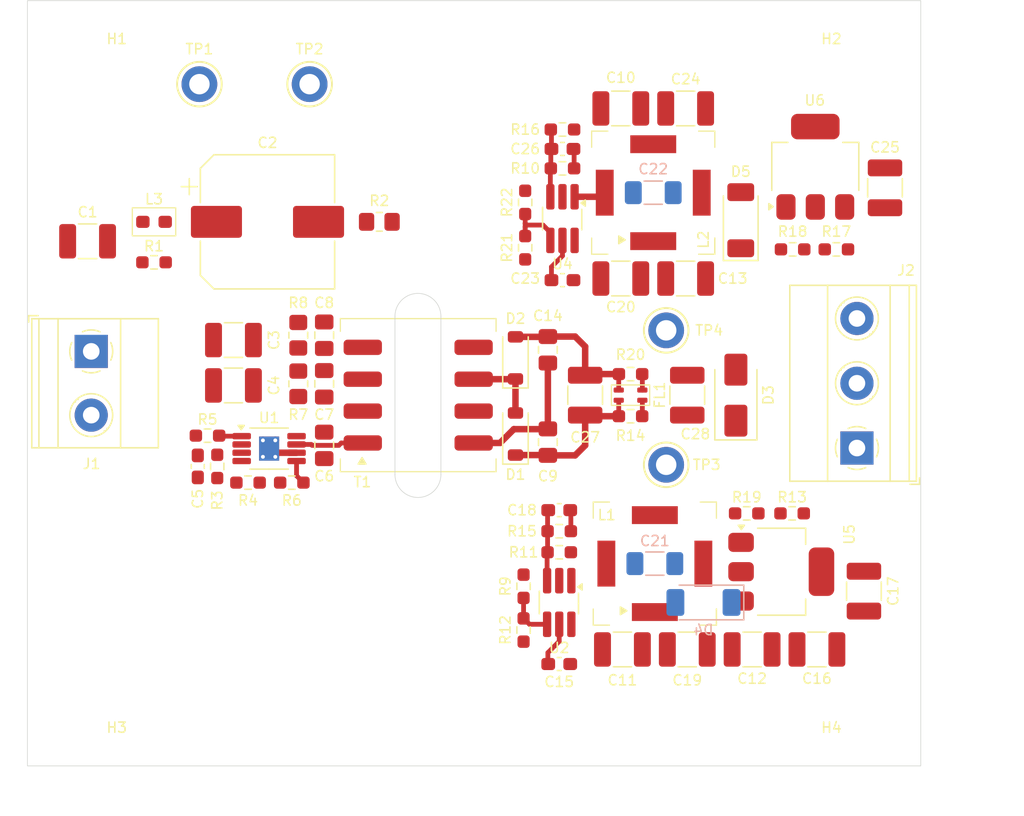
<source format=kicad_pcb>
(kicad_pcb (version 20240108) (generator "pcbnew") (generator_version "8.0")
  (layers (0 "F.Cu" signal) (31 "B.Cu" signal) (34 "B.Paste" user) (35 "F.Paste" user) (36 "B.SilkS" user "B.Silkscreen") (37 "F.SilkS" user "F.Silkscreen") (38 "B.Mask" user) (39 "F.Mask" user) (44 "Edge.Cuts" user))
  (net 0 "")
  (net 1 "Net-(J1-Pin_1)")
  (net 2 "GNDS")
  (net 3 "Net-(C2-Pad2)")
  (net 4 "Net-(U1-VCC)")
  (net 5 "Net-(U1-VREG)")
  (net 6 "Net-(T1-AB)")
  (net 7 "Net-(T1-SB)")
  (net 8 "Net-(D1-K)")
  (net 9 "Net-(U6-VI)")
  (net 10 "GND")
  (net 11 "+24V")
  (net 12 "Net-(D4-K)")
  (net 13 "Net-(D2-A)")
  (net 14 "Net-(U2-INTVCC)")
  (net 15 "+18V")
  (net 16 "Net-(U2-FBX)")
  (net 17 "Net-(D4-A)")
  (net 18 "Net-(U2-SW)")
  (net 19 "Net-(D5-A)")
  (net 20 "Net-(U4-SW)")
  (net 21 "Net-(U4-INTVCC)")
  (net 22 "-18V")
  (net 23 "Net-(U4-FBX)")
  (net 24 "Net-(D1-A)")
  (net 25 "Net-(U1-OC{slash}DT)")
  (net 26 "Net-(U1-SYNC)")
  (net 27 "Net-(U1-RT)")
  (net 28 "Net-(U2-EN{slash}UVLO)")
  (net 29 "Net-(U5-ADJ)")
  (net 30 "Net-(U6-ADJ)")
  (net 31 "Net-(U4-EN{slash}UVLO)")
  (net 36 "Net-(T1-AA)")
  (footprint "Resistor_SMD:R_0603_1608Metric_Pad0.98x0.95mm_HandSolder" (layer "F.Cu") (at 161.671 101.6 180)
    (property "Reference" "R15" (at 2.921 0 0) (layer "F.SilkS") (effects (font (size 0.8 0.8) (thickness 0.12))))
    (property "Value" "1Meg")
    (pad "1" smd roundrect (at -0.9125 0 180) (size 0.975 0.95) (layers "F.Cu" "F.Paste" "F.Mask") (net 12 "Net-(D4-K)"))
    (pad "2" smd roundrect (at 0.9125 0 180) (size 0.975 0.95) (layers "F.Cu" "F.Paste" "F.Mask") (net 16 "Net-(U2-FBX)"))
  )
  (footprint "Package_TO_SOT_SMD:TSOT-23-6_HandSoldering" (layer "F.Cu") (at 161.671 107.188 -90)
    (property "Reference" "U2" (at 3.556 0 180) (layer "F.SilkS") (effects (font (size 0.8 0.8) (thickness 0.12))))
    (property "Value" "LT8330_S6")
    (pad "1" smd roundrect (at -1.71 -0.95 270) (size 2 0.65) (layers "F.Cu" "F.Paste" "F.Mask") (net 18 "Net-(U2-SW)"))
    (pad "2" smd roundrect (at -1.71 0 270) (size 2 0.65) (layers "F.Cu" "F.Paste" "F.Mask") (net 10 "GND"))
    (pad "3" smd roundrect (at -1.71 0.95 270) (size 2 0.65) (layers "F.Cu" "F.Paste" "F.Mask") (net 16 "Net-(U2-FBX)"))
    (pad "4" smd roundrect (at 1.71 0.95 270) (size 2 0.65) (layers "F.Cu" "F.Paste" "F.Mask") (net 28 "Net-(U2-EN{slash}UVLO)"))
    (pad "5" smd roundrect (at 1.71 0 270) (size 2 0.65) (layers "F.Cu" "F.Paste" "F.Mask") (net 14 "Net-(U2-INTVCC)"))
    (pad "6" smd roundrect (at 1.71 -0.95 270) (size 2 0.65) (layers "F.Cu" "F.Paste" "F.Mask") (net 11 "+24V"))
  )
  (footprint "Resistor_SMD:R_0603_1608Metric_Pad0.98x0.95mm_HandSolder" (layer "F.Cu") (at 176.3645 100.203 180)
    (property "Reference" "R19" (at 0 1.27 0) (layer "F.SilkS") (effects (font (size 0.8 0.8) (thickness 0.12))))
    (property "Value" "1k6")
    (pad "1" smd roundrect (at -0.9125 0 180) (size 0.975 0.95) (layers "F.Cu" "F.Paste" "F.Mask") (net 29 "Net-(U5-ADJ)"))
    (pad "2" smd roundrect (at 0.9125 0 180) (size 0.975 0.95) (layers "F.Cu" "F.Paste" "F.Mask") (net 10 "GND"))
  )
  (footprint "Package_TO_SOT_SMD:SOT-223-3_TabPin2" (layer "F.Cu") (at 179.07 104.775)
    (property "Reference" "U5" (at 5.334 -2.921 -90) (layer "F.SilkS") (effects (font (size 0.8 0.8) (thickness 0.12))))
    (property "Value" "LM317EMPX/NOPB")
    (pad "1" smd roundrect (at -3.15 -2.3) (size 2 1.5) (layers "F.Cu" "F.Paste" "F.Mask") (net 29 "Net-(U5-ADJ)"))
    (pad "2" smd roundrect (at -3.15 0) (size 2 1.5) (layers "F.Cu" "F.Paste" "F.Mask") (net 15 "+18V"))
    (pad "2" smd roundrect (at 3.15 0) (size 2 3.8) (layers "F.Cu" "F.Paste" "F.Mask") (net 15 "+18V"))
    (pad "3" smd roundrect (at -3.15 2.3) (size 2 1.5) (layers "F.Cu" "F.Paste" "F.Mask") (net 12 "Net-(D4-K)"))
  )
  (footprint "UCC25800:74489440068" (layer "F.Cu") (at 169.037 75.057 180)
    (property "Reference" "L2" (at -3.937 -3.683 90) (layer "F.SilkS") (effects (font (size 0.8 0.8) (thickness 0.12))))
    (property "Value" "74489440068")
    (pad "1" smd rect (at 0 -3.8 180) (size 3.6 1.4) (layers "F.Cu" "F.Paste" "F.Mask") (net 11 "+24V"))
    (pad "2" smd rect (at -3.8 0 270) (size 3.6 1.4) (layers "F.Cu" "F.Paste" "F.Mask") (net 19 "Net-(D5-A)"))
    (pad "3" smd rect (at 0 3.8 180) (size 3.6 1.4) (layers "F.Cu" "F.Paste" "F.Mask") (net 9 "Net-(U6-VI)"))
    (pad "4" smd rect (at 3.8 0 270) (size 3.6 1.4) (layers "F.Cu" "F.Paste" "F.Mask") (net 20 "Net-(U4-SW)"))
  )
  (footprint "Diode_SMD:D_SOD-128" (layer "F.Cu") (at 175.895 77.216 90)
    (property "Reference" "D5" (at 3.81 0 180) (layer "F.SilkS") (effects (font (size 0.8 0.8) (thickness 0.12))))
    (property "Value" "PMEG6010EP,115")
    (pad "1" smd roundrect (at -2.2 0 90) (size 1.4 2.1) (layers "F.Cu" "F.Paste" "F.Mask") (roundrect_rratio 0.1785714286) (net 10 "GND"))
    (pad "2" smd roundrect (at 2.2 0 90) (size 1.4 2.1) (layers "F.Cu" "F.Paste" "F.Mask") (roundrect_rratio 0.1785714286) (net 19 "Net-(D5-A)"))
  )
  (footprint "Capacitor_SMD:C_1210_3225Metric_Pad1.33x2.70mm_HandSolder" (layer "F.Cu") (at 171.577 81.788)
    (property "Reference" "C13" (at 3.683 0 180) (layer "F.SilkS") (effects (font (size 0.8 0.8) (thickness 0.12))))
    (property "Value" "10u")
    (pad "1" smd roundrect (at -1.5625 0) (size 1.325 2.7) (layers "F.Cu" "F.Paste" "F.Mask") (roundrect_rratio 0.188679) (net 11 "+24V"))
    (pad "2" smd roundrect (at 1.5625 0) (size 1.325 2.7) (layers "F.Cu" "F.Paste" "F.Mask") (roundrect_rratio 0.188679) (net 10 "GND"))
  )
  (footprint "Capacitor_SMD:C_1210_3225Metric_Pad1.33x2.70mm_HandSolder" (layer "F.Cu") (at 181.864 110.871)
    (property "Reference" "C16" (at 0 2.286 180) (layer "F.SilkS") (effects (font (size 0.8 0.8) (thickness 0.12))))
    (property "Value" "10u")
    (pad "1" smd roundrect (at -1.5625 0) (size 1.325 2.7) (layers "F.Cu" "F.Paste" "F.Mask") (roundrect_rratio 0.188679) (net 12 "Net-(D4-K)"))
    (pad "2" smd roundrect (at 1.5625 0) (size 1.325 2.7) (layers "F.Cu" "F.Paste" "F.Mask") (roundrect_rratio 0.188679) (net 10 "GND"))
  )
  (footprint "Resistor_SMD:R_0603_1608Metric_Pad0.98x0.95mm_HandSolder" (layer "F.Cu") (at 167.259 89.281)
    (property "Reference" "R20" (at 0 -1.524 0) (layer "F.SilkS") (effects (font (size 0.8 0.8) (thickness 0.12))))
    (property "Value" "0")
    (pad "1" smd roundrect (at -0.9125 0) (size 0.975 0.95) (layers "F.Cu" "F.Paste" "F.Mask") (net 13 "Net-(D2-A)"))
    (pad "2" smd roundrect (at 0.9125 0) (size 0.975 0.95) (layers "F.Cu" "F.Paste" "F.Mask") (net 10 "GND"))
  )
  (footprint "Capacitor_SMD:C_0603_1608Metric_Pad1.08x0.95mm_HandSolder" (layer "F.Cu") (at 161.671 99.949 180)
    (property "Reference" "C18" (at 2.921 0 0) (layer "F.SilkS") (effects (font (size 0.8 0.8) (thickness 0.12))))
    (property "Value" "4p7")
    (pad "1" smd roundrect (at -0.8625 0 180) (size 1.075 0.95) (layers "F.Cu" "F.Paste" "F.Mask") (net 12 "Net-(D4-K)"))
    (pad "2" smd roundrect (at 0.8625 0 180) (size 1.075 0.95) (layers "F.Cu" "F.Paste" "F.Mask") (net 16 "Net-(U2-FBX)"))
  )
  (footprint "Resistor_SMD:R_0603_1608Metric_Pad0.98x0.95mm_HandSolder" (layer "F.Cu") (at 158.877 105.918 90)
    (property "Reference" "R9" (at 0 -1.43 90) (layer "F.SilkS") (effects (font (size 0.8 0.8) (thickness 0.12))))
    (property "Value" "287k")
    (pad "1" smd roundrect (at -0.9125 0 90) (size 0.975 0.95) (layers "F.Cu" "F.Paste" "F.Mask") (net 28 "Net-(U2-EN{slash}UVLO)"))
    (pad "2" smd roundrect (at 0.9125 0 90) (size 0.975 0.95) (layers "F.Cu" "F.Paste" "F.Mask") (net 10 "GND"))
  )
  (footprint "Capacitor_SMD:C_1210_3225Metric_Pad1.33x2.70mm_HandSolder" (layer "F.Cu") (at 176.784 110.871 180)
    (property "Reference" "C12" (at 0 -2.286 180) (layer "F.SilkS") (effects (font (size 0.8 0.8) (thickness 0.12))))
    (property "Value" "10u")
    (pad "1" smd roundrect (at -1.5625 0 180) (size 1.325 2.7) (layers "F.Cu" "F.Paste" "F.Mask") (roundrect_rratio 0.188679) (net 12 "Net-(D4-K)"))
    (pad "2" smd roundrect (at 1.5625 0 180) (size 1.325 2.7) (layers "F.Cu" "F.Paste" "F.Mask") (roundrect_rratio 0.188679) (net 10 "GND"))
  )
  (footprint "Resistor_SMD:R_0603_1608Metric_Pad0.98x0.95mm_HandSolder" (layer "F.Cu") (at 140.716 97.79 180)
    (property "Reference" "R6" (at 0 -1.397 0) (layer "F.SilkS") (effects (font (size 0.8 0.8) (thickness 0.12))))
    (property "Value" "30k1")
    (pad "1" smd roundrect (at -0.9125 0 180) (size 0.975 0.95) (layers "F.Cu" "F.Paste" "F.Mask") (net 27 "Net-(U1-RT)"))
    (pad "2" smd roundrect (at 0.9125 0 180) (size 0.975 0.95) (layers "F.Cu" "F.Paste" "F.Mask") (net 2 "GNDS"))
  )
  (footprint "TestPoint:TestPoint_Keystone_5005-5009_Compact" (layer "F.Cu") (at 170.053 85.852)
    (property "Reference" "TP4" (at 3.368 0 0) (layer "F.SilkS") (effects (font (size 0.8 0.8) (thickness 0.12))))
    (property "Value" "TestPoint")
    (pad "1" thru_hole circle (at 0 0) (size 2.8 2.8) (drill 1.6) (layers "*.Cu" "*.Mask") (net 10 "GND"))
  )
  (footprint "Resistor_SMD:R_0603_1608Metric_Pad0.98x0.95mm_HandSolder" (layer "F.Cu") (at 161.925 70.104)
    (property "Reference" "R16" (at -2.921 0 0) (layer "F.SilkS") (effects (font (size 0.8 0.8) (thickness 0.12))))
    (property "Value" "39k2")
    (pad "1" smd roundrect (at -0.9125 0) (size 0.975 0.95) (layers "F.Cu" "F.Paste" "F.Mask") (net 23 "Net-(U4-FBX)"))
    (pad "2" smd roundrect (at 0.9125 0) (size 0.975 0.95) (layers "F.Cu" "F.Paste" "F.Mask") (net 10 "GND"))
  )
  (footprint "Capacitor_SMD:C_0805_2012Metric_Pad1.18x1.45mm_HandSolder" (layer "F.Cu") (at 160.782 94.615 90)
    (property "Reference" "C9" (at -2.667 0 180) (layer "F.SilkS") (effects (font (size 0.8 0.8) (thickness 0.12))))
    (property "Value" "56n")
    (pad "1" smd roundrect (at -1.0375 0 90) (size 1.175 1.45) (layers "F.Cu" "F.Paste" "F.Mask") (roundrect_rratio 0.212766) (net 8 "Net-(D1-K)"))
    (pad "2" smd roundrect (at 1.0375 0 90) (size 1.175 1.45) (layers "F.Cu" "F.Paste" "F.Mask") (roundrect_rratio 0.212766) (net 7 "Net-(T1-SB)"))
  )
  (footprint "Diode_SMD:D_SMA" (layer "F.Cu") (at 175.514 90.932 90)
    (property "Reference" "D3" (at 0 2.54 -90) (layer "F.SilkS") (effects (font (size 0.8 0.8) (thickness 0.12))))
    (property "Value" "BZG03C27-M3-18")
    (pad "1" smd roundrect (at -2 0 90) (size 2.5 1.8) (layers "F.Cu" "F.Paste" "F.Mask") (roundrect_rratio 0.1388888889) (net 11 "+24V"))
    (pad "2" smd roundrect (at 2 0 90) (size 2.5 1.8) (layers "F.Cu" "F.Paste" "F.Mask") (roundrect_rratio 0.1388888889) (net 10 "GND"))
  )
  (footprint "TestPoint:TestPoint_Keystone_5005-5009_Compact" (layer "F.Cu") (at 170.053 96.393)
    (property "Reference" "TP3" (at 3.175 0 0) (layer "F.SilkS") (effects (font (size 0.8 0.8) (thickness 0.12))))
    (property "Value" "TestPoint")
    (pad "1" thru_hole circle (at 0 0) (size 2.8 2.8) (drill 1.6) (layers "*.Cu" "*.Mask") (net 11 "+24V"))
  )
  (footprint "UCC25800:ACM2012-900-2P-T001" (layer "F.Cu") (at 167.259 90.932 180)
    (property "Reference" "FL1" (at -2.286 0 90) (layer "F.SilkS") (effects (font (size 0.8 0.8) (thickness 0.12))))
    (property "Value" "ACM2012-900-2P-T001")
    (pad "1" smd roundrect (at -0.925 -0.4 180) (size 0.8 0.4) (layers "F.Cu" "F.Paste" "F.Mask") (net 11 "+24V"))
    (pad "2" smd roundrect (at -0.925 0.4 180) (size 0.8 0.4) (layers "F.Cu" "F.Paste" "F.Mask") (net 10 "GND"))
    (pad "3" smd roundrect (at 0.925 0.4 180) (size 0.8 0.4) (layers "F.Cu" "F.Paste" "F.Mask") (net 13 "Net-(D2-A)"))
    (pad "4" smd roundrect (at 0.925 -0.4 180) (size 0.8 0.4) (layers "F.Cu" "F.Paste" "F.Mask") (net 8 "Net-(D1-K)"))
  )
  (footprint "Resistor_SMD:R_0603_1608Metric_Pad0.98x0.95mm_HandSolder" (layer "F.Cu") (at 137.287 97.79)
    (property "Reference" "R4" (at 0 1.397 0) (layer "F.SilkS") (effects (font (size 0.8 0.8) (thickness 0.12))))
    (property "Value" "22k9")
    (pad "1" smd roundrect (at -0.9125 0) (size 0.975 0.95) (layers "F.Cu" "F.Paste" "F.Mask") (net 25 "Net-(U1-OC{slash}DT)"))
    (pad "2" smd roundrect (at 0.9125 0) (size 0.975 0.95) (layers "F.Cu" "F.Paste" "F.Mask") (net 2 "GNDS"))
  )
  (footprint "Capacitor_SMD:C_0603_1608Metric_Pad1.08x0.95mm_HandSolder" (layer "F.Cu") (at 161.925 71.628 180)
    (property "Reference" "C26" (at 2.921 0 0) (layer "F.SilkS") (effects (font (size 0.8 0.8) (thickness 0.12))))
    (property "Value" "4p7")
    (pad "1" smd roundrect (at -0.8625 0 180) (size 1.075 0.95) (layers "F.Cu" "F.Paste" "F.Mask") (net 9 "Net-(U6-VI)"))
    (pad "2" smd roundrect (at 0.8625 0 180) (size 1.075 0.95) (layers "F.Cu" "F.Paste" "F.Mask") (net 23 "Net-(U4-FBX)"))
  )
  (footprint "Capacitor_SMD:C_0603_1608Metric_Pad1.08x0.95mm_HandSolder" (layer "F.Cu") (at 161.925 81.915)
    (property "Reference" "C23" (at -2.921 -0.127 0) (layer "F.SilkS") (effects (font (size 0.8 0.8) (thickness 0.12))))
    (property "Value" "1u")
    (pad "1" smd roundrect (at -0.8625 0) (size 1.075 0.95) (layers "F.Cu" "F.Paste" "F.Mask") (net 21 "Net-(U4-INTVCC)"))
    (pad "2" smd roundrect (at 0.8625 0) (size 1.075 0.95) (layers "F.Cu" "F.Paste" "F.Mask") (net 10 "GND"))
  )
  (footprint "Capacitor_SMD:C_0805_2012Metric_Pad1.18x1.45mm_HandSolder" (layer "F.Cu") (at 160.782 87.376 90)
    (property "Reference" "C14" (at 2.667 0 180) (layer "F.SilkS") (effects (font (size 0.8 0.8) (thickness 0.12))))
    (property "Value" "56n")
    (pad "1" smd roundrect (at -1.0375 0 90) (size 1.175 1.45) (layers "F.Cu" "F.Paste" "F.Mask") (roundrect_rratio 0.212766) (net 7 "Net-(T1-SB)"))
    (pad "2" smd roundrect (at 1.0375 0 90) (size 1.175 1.45) (layers "F.Cu" "F.Paste" "F.Mask") (roundrect_rratio 0.212766) (net 13 "Net-(D2-A)"))
  )
  (footprint "Package_TO_SOT_SMD:TSOT-23-6_HandSoldering" (layer "F.Cu") (at 161.925 77.089 -90)
    (property "Reference" "U4" (at 3.556 0 0) (layer "F.SilkS") (effects (font (size 0.8 0.8) (thickness 0.12))))
    (property "Value" "LT8330_S6")
    (pad "1" smd roundrect (at -1.71 -0.95 270) (size 2 0.65) (layers "F.Cu" "F.Paste" "F.Mask") (net 20 "Net-(U4-SW)"))
    (pad "2" smd roundrect (at -1.71 0 270) (size 2 0.65) (layers "F.Cu" "F.Paste" "F.Mask") (net 10 "GND"))
    (pad "3" smd roundrect (at -1.71 0.95 270) (size 2 0.65) (layers "F.Cu" "F.Paste" "F.Mask") (net 23 "Net-(U4-FBX)"))
    (pad "4" smd roundrect (at 1.71 0.95 270) (size 2 0.65) (layers "F.Cu" "F.Paste" "F.Mask") (net 31 "Net-(U4-EN{slash}UVLO)"))
    (pad "5" smd roundrect (at 1.71 0 270) (size 2 0.65) (layers "F.Cu" "F.Paste" "F.Mask") (net 21 "Net-(U4-INTVCC)"))
    (pad "6" smd roundrect (at 1.71 -0.95 270) (size 2 0.65) (layers "F.Cu" "F.Paste" "F.Mask") (net 11 "+24V"))
  )
  (footprint "MountingHole:MountingHole_2.5mm" (layer "F.Cu") (at 187 63)
    (property "Reference" "H2" (at -4 0 0) (layer "F.SilkS") (effects (font (size 0.8 0.8) (thickness 0.12))))
    (property "Value" "MountingHole")
    (pad "" np_thru_hole circle (at 0 0) (size 2.5 2.5) (drill 2.5) (layers "*.Cu" "*.Mask"))
  )
  (footprint "Resistor_SMD:R_0603_1608Metric_Pad0.98x0.95mm_HandSolder" (layer "F.Cu") (at 179.959 79.502 180)
    (property "Reference" "R18" (at 0 1.397 0) (layer "F.SilkS") (effects (font (size 0.8 0.8) (thickness 0.12))))
    (property "Value" "1k6")
    (pad "1" smd roundrect (at -0.9125 0 180) (size 0.975 0.95) (layers "F.Cu" "F.Paste" "F.Mask") (net 30 "Net-(U6-ADJ)"))
    (pad "2" smd roundrect (at 0.9125 0 180) (size 0.975 0.95) (layers "F.Cu" "F.Paste" "F.Mask") (net 10 "GND"))
  )
  (footprint "MountingHole:MountingHole_2.5mm" (layer "F.Cu") (at 123 63)
    (property "Reference" "H1" (at 4 0 0) (layer "F.SilkS") (effects (font (size 0.8 0.8) (thickness 0.12))))
    (property "Value" "MountingHole")
    (pad "" np_thru_hole circle (at 0 0) (size 2.5 2.5) (drill 2.5) (layers "*.Cu" "*.Mask"))
  )
  (footprint "UCC25800:74489440068" (layer "F.Cu") (at 169.164 104.14 180)
    (property "Reference" "L1" (at 3.7715 3.81 0) (layer "F.SilkS") (effects (font (size 0.8 0.8) (thickness 0.12))))
    (property "Value" "74489440068")
    (pad "1" smd rect (at 0 -3.8 180) (size 3.6 1.4) (layers "F.Cu" "F.Paste" "F.Mask") (net 11 "+24V"))
    (pad "2" smd rect (at -3.8 0 270) (size 3.6 1.4) (layers "F.Cu" "F.Paste" "F.Mask") (net 17 "Net-(D4-A)"))
    (pad "3" smd rect (at 0 3.8 180) (size 3.6 1.4) (layers "F.Cu" "F.Paste" "F.Mask") (net 10 "GND"))
    (pad "4" smd rect (at 3.8 0 270) (size 3.6 1.4) (layers "F.Cu" "F.Paste" "F.Mask") (net 18 "Net-(U2-SW)"))
  )
  (footprint "TerminalBlock_Phoenix:TerminalBlock_Phoenix_MKDS-1,5-2_1x02_P5.00mm_Horizontal" (layer "F.Cu") (at 125 87.5 -90)
    (property "Reference" "J1" (at 8.818 -0.029 180) (layer "F.SilkS") (effects (font (size 0.8 0.8) (thickness 0.12))))
    (property "Value" "1715721")
    (pad "1" thru_hole rect (at 0 0 270) (size 2.6 2.6) (drill 1.3) (layers "*.Cu" "*.Mask") (net 1 "Net-(J1-Pin_1)"))
    (pad "2" thru_hole circle (at 5 0 270) (size 2.6 2.6) (drill 1.3) (layers "*.Cu" "*.Mask") (net 2 "GNDS"))
  )
  (footprint "Resistor_SMD:R_0603_1608Metric_Pad0.98x0.95mm_HandSolder" (layer "F.Cu") (at 167.259 92.583)
    (property "Reference" "R14" (at 0 1.524 0) (layer "F.SilkS") (effects (font (size 0.8 0.8) (thickness 0.12))))
    (property "Value" "0")
    (pad "1" smd roundrect (at -0.9125 0) (size 0.975 0.95) (layers "F.Cu" "F.Paste" "F.Mask") (net 8 "Net-(D1-K)"))
    (pad "2" smd roundrect (at 0.9125 0) (size 0.975 0.95) (layers "F.Cu" "F.Paste" "F.Mask") (net 11 "+24V"))
  )
  (footprint "Resistor_SMD:R_0603_1608Metric_Pad0.98x0.95mm_HandSolder" (layer "F.Cu") (at 179.9205 100.203 180)
    (property "Reference" "R13" (at 0 1.27 0) (layer "F.SilkS") (effects (font (size 0.8 0.8) (thickness 0.12))))
    (property "Value" "120")
    (pad "1" smd roundrect (at -0.9125 0 180) (size 0.975 0.95) (layers "F.Cu" "F.Paste" "F.Mask") (net 15 "+18V"))
    (pad "2" smd roundrect (at 0.9125 0 180) (size 0.975 0.95) (layers "F.Cu" "F.Paste" "F.Mask") (net 29 "Net-(U5-ADJ)"))
  )
  (footprint "Resistor_SMD:R_0805_2012Metric_Pad1.20x1.40mm_HandSolder" (layer "F.Cu") (at 141.224 86.233 90)
    (property "Reference" "R8" (at 2.54 0 180) (layer "F.SilkS") (effects (font (size 0.8 0.8) (thickness 0.12))))
    (property "Value" "100k")
    (pad "1" smd roundrect (at -1 0 90) (size 1.2 1.4) (layers "F.Cu" "F.Paste" "F.Mask") (roundrect_rratio 0.208333) (net 6 "Net-(T1-AB)"))
    (pad "2" smd roundrect (at 1 0 90) (size 1.2 1.4) (layers "F.Cu" "F.Paste" "F.Mask") (roundrect_rratio 0.208333) (net 2 "GNDS"))
  )
  (footprint "Resistor_SMD:R_0805_2012Metric_Pad1.20x1.40mm_HandSolder" (layer "F.Cu") (at 147.574 77.343)
    (property "Reference" "R2" (at 0 -1.651 0) (layer "F.SilkS") (effects (font (size 0.8 0.8) (thickness 0.12))))
    (property "Value" "0.33")
    (pad "1" smd roundrect (at -1 0) (size 1.2 1.4) (layers "F.Cu" "F.Paste" "F.Mask") (roundrect_rratio 0.208333) (net 3 "Net-(C2-Pad2)"))
    (pad "2" smd roundrect (at 1 0) (size 1.2 1.4) (layers "F.Cu" "F.Paste" "F.Mask") (roundrect_rratio 0.208333) (net 2 "GNDS"))
  )
  (footprint "Capacitor_SMD:C_1210_3225Metric_Pad1.33x2.70mm_HandSolder" (layer "F.Cu") (at 163.703 90.932 90)
    (property "Reference" "C27" (at -3.302 0 0) (layer "F.SilkS") (effects (font (size 0.8 0.8) (thickness 0.12))))
    (property "Value" "10u")
    (pad "1" smd roundrect (at -1.5625 0 90) (size 1.325 2.7) (layers "F.Cu" "F.Paste" "F.Mask") (roundrect_rratio 0.188679) (net 8 "Net-(D1-K)"))
    (pad "2" smd roundrect (at 1.5625 0 90) (size 1.325 2.7) (layers "F.Cu" "F.Paste" "F.Mask") (roundrect_rratio 0.188679) (net 13 "Net-(D2-A)"))
  )
  (footprint "TerminalBlock_Phoenix:TerminalBlock_Phoenix_MKDS-1,5-3-5.08_1x03_P5.08mm_Horizontal" (layer "F.Cu") (at 185 95.08 90)
    (property "Reference" "J2" (at 13.927 3.849 180) (layer "F.SilkS") (effects (font (size 0.8 0.8) (thickness 0.12))))
    (property "Value" "1715734")
    (pad "1" thru_hole rect (at 0 0 90) (size 2.6 2.6) (drill 1.3) (layers "*.Cu" "*.Mask") (net 15 "+18V"))
    (pad "2" thru_hole circle (at 5.08 0 90) (size 2.6 2.6) (drill 1.3) (layers "*.Cu" "*.Mask") (net 10 "GND"))
    (pad "3" thru_hole circle (at 10.16 0 90) (size 2.6 2.6) (drill 1.3) (layers "*.Cu" "*.Mask") (net 22 "-18V"))
  )
  (footprint "Capacitor_SMD:C_1210_3225Metric_Pad1.33x2.70mm_HandSolder" (layer "F.Cu") (at 171.704 110.871)
    (property "Reference" "C19" (at 0 2.413 180) (layer "F.SilkS") (effects (font (size 0.8 0.8) (thickness 0.12))))
    (property "Value" "10u")
    (pad "1" smd roundrect (at -1.5625 0) (size 1.325 2.7) (layers "F.Cu" "F.Paste" "F.Mask") (roundrect_rratio 0.188679) (net 11 "+24V"))
    (pad "2" smd roundrect (at 1.5625 0) (size 1.325 2.7) (layers "F.Cu" "F.Paste" "F.Mask") (roundrect_rratio 0.188679) (net 10 "GND"))
  )
  (footprint "MountingHole:MountingHole_2.5mm" (layer "F.Cu") (at 187 117)
    (property "Reference" "H4" (at -4 0 0) (layer "F.SilkS") (effects (font (size 0.8 0.8) (thickness 0.12))))
    (property "Value" "MountingHole")
    (pad "" np_thru_hole circle (at 0 0) (size 2.5 2.5) (drill 2.5) (layers "*.Cu" "*.Mask"))
  )
  (footprint "Capacitor_SMD:C_1210_3225Metric_Pad1.33x2.70mm_HandSolder" (layer "F.Cu") (at 166.497 81.788 180)
    (property "Reference" "C20" (at 0 -2.234 0) (layer "F.SilkS") (effects (font (size 0.8 0.8) (thickness 0.12))))
    (property "Value" "10u")
    (pad "1" smd roundrect (at -1.5625 0 180) (size 1.325 2.7) (layers "F.Cu" "F.Paste" "F.Mask") (roundrect_rratio 0.188679) (net 11 "+24V"))
    (pad "2" smd roundrect (at 1.5625 0 180) (size 1.325 2.7) (layers "F.Cu" "F.Paste" "F.Mask") (roundrect_rratio 0.188679) (net 10 "GND"))
  )
  (footprint "UCC25800:0603PS-SRF" (layer "F.Cu") (at 129.921 77.343)
    (property "Reference" "L3" (at 0 -1.778 0) (layer "F.SilkS") (effects (font (size 0.8 0.8) (thickness 0.12))))
    (property "Value" "0603PS-SRF")
    (pad "1" smd roundrect (at -0.875 0) (size 1.05 0.95) (layers "F.Cu" "F.Paste" "F.Mask") (net 1 "Net-(J1-Pin_1)"))
    (pad "2" smd roundrect (at 0.875 0) (size 1.05 0.95) (layers "F.Cu" "F.Paste" "F.Mask") (net 4 "Net-(U1-VCC)"))
  )
  (footprint "Resistor_SMD:R_0603_1608Metric_Pad0.98x0.95mm_HandSolder" (layer "F.Cu") (at 161.925 73.152 180)
    (property "Reference" "R10" (at 2.921 0 0) (layer "F.SilkS") (effects (font (size 0.8 0.8) (thickness 0.12))))
    (property "Value" "1Meg")
    (pad "1" smd roundrect (at -0.9125 0 180) (size 0.975 0.95) (layers "F.Cu" "F.Paste" "F.Mask") (net 9 "Net-(U6-VI)"))
    (pad "2" smd roundrect (at 0.9125 0 180) (size 0.975 0.95) (layers "F.Cu" "F.Paste" "F.Mask") (net 23 "Net-(U4-FBX)"))
  )
  (footprint "Capacitor_SMD:C_1210_3225Metric_Pad1.33x2.70mm_HandSolder" (layer "F.Cu") (at 171.577 68.453)
    (property "Reference" "C24" (at 0 -2.3 0) (layer "F.SilkS") (effects (font (size 0.8 0.8) (thickness 0.12))))
    (property "Value" "10u")
    (pad "1" smd roundrect (at -1.5625 0) (size 1.325 2.7) (layers "F.Cu" "F.Paste" "F.Mask") (roundrect_rratio 0.188679) (net 9 "Net-(U6-VI)"))
    (pad "2" smd roundrect (at 1.5625 0) (size 1.325 2.7) (layers "F.Cu" "F.Paste" "F.Mask") (roundrect_rratio 0.188679) (net 10 "GND"))
  )
  (footprint "Resistor_SMD:R_0805_2012Metric_Pad1.20x1.40mm_HandSolder" (layer "F.Cu") (at 141.224 90.043 90)
    (property "Reference" "R7" (at -2.413 0 0) (layer "F.SilkS") (effects (font (size 0.8 0.8) (thickness 0.12))))
    (property "Value" "100k")
    (pad "1" smd roundrect (at -1 0 90) (size 1.2 1.4) (layers "F.Cu" "F.Paste" "F.Mask") (roundrect_rratio 0.208333) (net 4 "Net-(U1-VCC)"))
    (pad "2" smd roundrect (at 1 0 90) (size 1.2 1.4) (layers "F.Cu" "F.Paste" "F.Mask") (roundrect_rratio 0.208333) (net 6 "Net-(T1-AB)"))
  )
  (footprint "Package_TO_SOT_SMD:SOT-223-3_TabPin2" (layer "F.Cu") (at 181.737 73.025 90)
    (property "Reference" "U6" (at 5.207 -0.0385 0) (layer "F.SilkS") (effects (font (size 0.8 0.8) (thickness 0.12))))
    (property "Value" "LM337IMPX/NOPB")
    (pad "1" smd roundrect (at -3.15 -2.3 90) (size 2 1.5) (layers "F.Cu" "F.Paste" "F.Mask") (net 30 "Net-(U6-ADJ)"))
    (pad "2" smd roundrect (at -3.15 0 90) (size 2 1.5) (layers "F.Cu" "F.Paste" "F.Mask") (net 9 "Net-(U6-VI)"))
    (pad "2" smd roundrect (at 3.15 0 90) (size 2 3.8) (layers "F.Cu" "F.Paste" "F.Mask") (net 9 "Net-(U6-VI)"))
    (pad "3" smd roundrect (at -3.15 2.3 90) (size 2 1.5) (layers "F.Cu" "F.Paste" "F.Mask") (net 22 "-18V"))
  )
  (footprint "Capacitor_SMD:C_0603_1608Metric_Pad1.08x0.95mm_HandSolder" (layer "F.Cu") (at 161.671 112.014)
    (property "Reference" "C15" (at 0 1.397 0) (layer "F.SilkS") (effects (font (size 0.8 0.8) (thickness 0.12))))
    (property "Value" "1u")
    (pad "1" smd roundrect (at -0.8625 0) (size 1.075 0.95) (layers "F.Cu" "F.Paste" "F.Mask") (net 14 "Net-(U2-INTVCC)"))
    (pad "2" smd roundrect (at 0.8625 0) (size 1.075 0.95) (layers "F.Cu" "F.Paste" "F.Mask") (net 10 "GND"))
  )
  (footprint "TestPoint:TestPoint_Keystone_5005-5009_Compact" (layer "F.Cu") (at 133.477 66.548)
    (property "Reference" "TP1" (at 0 -2.75 0) (layer "F.SilkS") (effects (font (size 0.8 0.8) (thickness 0.12))))
    (property "Value" "TestPoint")
    (pad "1" thru_hole circle (at 0 0) (size 2.8 2.8) (drill 1.6) (layers "*.Cu" "*.Mask") (net 4 "Net-(U1-VCC)"))
  )
  (footprint "TestPoint:TestPoint_Keystone_5005-5009_Compact" (layer "F.Cu") (at 142.113 66.548)
    (property "Reference" "TP2" (at 0 -2.75 0) (layer "F.SilkS") (effects (font (size 0.8 0.8) (thickness 0.12))))
    (property "Value" "TestPoint")
    (pad "1" thru_hole circle (at 0 0) (size 2.8 2.8) (drill 1.6) (layers "*.Cu" "*.Mask") (net 2 "GNDS"))
  )
  (footprint "Capacitor_SMD:C_1210_3225Metric_Pad1.33x2.70mm_HandSolder" (layer "F.Cu") (at 124.714 78.867 180)
    (property "Reference" "C1" (at 0 2.286 0) (layer "F.SilkS") (effects (font (size 0.8 0.8) (thickness 0.12))))
    (property "Value" "10u")
    (pad "1" smd roundrect (at -1.5625 0 180) (size 1.325 2.7) (layers "F.Cu" "F.Paste" "F.Mask") (roundrect_rratio 0.188679) (net 1 "Net-(J1-Pin_1)"))
    (pad "2" smd roundrect (at 1.5625 0 180) (size 1.325 2.7) (layers "F.Cu" "F.Paste" "F.Mask") (roundrect_rratio 0.188679) (net 2 "GNDS"))
  )
  (footprint "Capacitor_SMD:C_1210_3225Metric_Pad1.33x2.70mm_HandSolder" (layer "F.Cu") (at 187.198 74.676 90)
    (property "Reference" "C25" (at 3.175 0 0) (layer "F.SilkS") (effects (font (size 0.8 0.8) (thickness 0.12))))
    (property "Value" "10u")
    (pad "1" smd roundrect (at -1.5625 0 90) (size 1.325 2.7) (layers "F.Cu" "F.Paste" "F.Mask") (roundrect_rratio 0.188679) (net 22 "-18V"))
    (pad "2" smd roundrect (at 1.5625 0 90) (size 1.325 2.7) (layers "F.Cu" "F.Paste" "F.Mask") (roundrect_rratio 0.188679) (net 10 "GND"))
  )
  (footprint "Capacitor_SMD:C_1210_3225Metric_Pad1.33x2.70mm_HandSolder" (layer "F.Cu") (at 185.547 106.299 -90)
    (property "Reference" "C17" (at 0 -2.286 90) (layer "F.SilkS") (effects (font (size 0.8 0.8) (thickness 0.12))))
    (property "Value" "10u")
    (pad "1" smd roundrect (at -1.5625 0 270) (size 1.325 2.7) (layers "F.Cu" "F.Paste" "F.Mask") (roundrect_rratio 0.188679) (net 15 "+18V"))
    (pad "2" smd roundrect (at 1.5625 0 270) (size 1.325 2.7) (layers "F.Cu" "F.Paste" "F.Mask") (roundrect_rratio 0.188679) (net 10 "GND"))
  )
  (footprint "Resistor_SMD:R_0603_1608Metric_Pad0.98x0.95mm_HandSolder" (layer "F.Cu") (at 183.388 79.502 180)
    (property "Reference" "R17" (at 0 1.397 0) (layer "F.SilkS") (effects (font (size 0.8 0.8) (thickness 0.12))))
    (property "Value" "120")
    (pad "1" smd roundrect (at -0.9125 0 180) (size 0.975 0.95) (layers "F.Cu" "F.Paste" "F.Mask") (net 22 "-18V"))
    (pad "2" smd roundrect (at 0.9125 0 180) (size 0.975 0.95) (layers "F.Cu" "F.Paste" "F.Mask") (net 30 "Net-(U6-ADJ)"))
  )
  (footprint "Capacitor_SMD:C_0805_2012Metric_Pad1.18x1.45mm_HandSolder" (layer "F.Cu") (at 143.256 94.869 -90)
    (property "Reference" "C6" (at 2.413 0 180) (layer "F.SilkS") (effects (font (size 0.8 0.8) (thickness 0.12))))
    (property "Value" "2u2")
    (pad "1" smd roundrect (at -1.0375 0 270) (size 1.175 1.45) (layers "F.Cu" "F.Paste" "F.Mask") (roundrect_rratio 0.212766) (net 4 "Net-(U1-VCC)"))
    (pad "2" smd roundrect (at 1.0375 0 270) (size 1.175 1.45) (layers "F.Cu" "F.Paste" "F.Mask") (roundrect_rratio 0.212766) (net 2 "GNDS"))
  )
  (footprint "Diode_SMD:D_SOD-123" (layer "F.Cu") (at 158.242 93.98 90)
    (property "Reference" "D1" (at -3.175 0 180) (layer "F.SilkS") (effects (font (size 0.8 0.8) (thickness 0.12))))
    (property "Value" "NRVB0540T1G")
    (pad "1" smd roundrect (at -1.65 0 90) (size 0.9 1.2) (layers "F.Cu" "F.Paste" "F.Mask") (net 8 "Net-(D1-K)"))
    (pad "2" smd roundrect (at 1.65 0 90) (size 0.9 1.2) (layers "F.Cu" "F.Paste" "F.Mask") (net 24 "Net-(D1-A)"))
  )
  (footprint "Resistor_SMD:R_0603_1608Metric_Pad0.98x0.95mm_HandSolder" (layer "F.Cu") (at 159.004 75.819 90)
    (property "Reference" "R22" (at 0 -1.43 90) (layer "F.SilkS") (effects (font (size 0.8 0.8) (thickness 0.12))))
    (property "Value" "287k")
    (pad "1" smd roundrect (at -0.9125 0 90) (size 0.975 0.95) (layers "F.Cu" "F.Paste" "F.Mask") (net 31 "Net-(U4-EN{slash}UVLO)"))
    (pad "2" smd roundrect (at 0.9125 0 90) (size 0.975 0.95) (layers "F.Cu" "F.Paste" "F.Mask") (net 10 "GND"))
  )
  (footprint "Capacitor_SMD:C_0603_1608Metric_Pad1.08x0.95mm_HandSolder" (layer "F.Cu") (at 133.35 96.52 -90)
    (property "Reference" "C5" (at 2.54 0 90) (layer "F.SilkS") (effects (font (size 0.8 0.8) (thickness 0.12))))
    (property "Value" "1u")
    (pad "1" smd roundrect (at -0.8625 0 270) (size 1.075 0.95) (layers "F.Cu" "F.Paste" "F.Mask") (net 5 "Net-(U1-VREG)"))
    (pad "2" smd roundrect (at 0.8625 0 270) (size 1.075 0.95) (layers "F.Cu" "F.Paste" "F.Mask") (net 2 "GNDS"))
  )
  (footprint "Package_SO:HVSSOP-8-1EP_3x3mm_P0.65mm_EP1.57x1.89mm_ThermalVias" (layer "F.Cu") (at 138.938 95.123)
    (property "Reference" "U1" (at 0 -2.413 0) (layer "F.SilkS") (effects (font (size 0.8 0.8) (thickness 0.12))))
    (property "Value" "UCC25800-Q1")
    (pad "1" smd roundrect (at -2.15 -0.975) (size 1.45 0.5) (layers "F.Cu" "F.Paste" "F.Mask") (net 26 "Net-(U1-SYNC)"))
    (pad "2" smd roundrect (at -2.15 -0.325) (size 1.45 0.5) (layers "F.Cu" "F.Paste" "F.Mask"))
    (pad "3" smd roundrect (at -2.15 0.325) (size 1.45 0.5) (layers "F.Cu" "F.Paste" "F.Mask") (net 5 "Net-(U1-VREG)"))
    (pad "4" smd roundrect (at -2.15 0.975) (size 1.45 0.5) (layers "F.Cu" "F.Paste" "F.Mask") (net 25 "Net-(U1-OC{slash}DT)"))
    (pad "5" smd roundrect (at 2.15 0.975) (size 1.45 0.5) (layers "F.Cu" "F.Paste" "F.Mask") (net 27 "Net-(U1-RT)"))
    (pad "6" smd roundrect (at 2.15 0.325) (size 1.45 0.5) (layers "F.Cu" "F.Paste" "F.Mask") (net 2 "GNDS"))
    (pad "7" smd roundrect (at 2.15 -0.325) (size 1.45 0.5) (layers "F.Cu" "F.Paste" "F.Mask") (net 36 "Net-(T1-AA)"))
    (pad "8" smd roundrect (at 2.15 -0.975) (size 1.45 0.5) (layers "F.Cu" "F.Paste" "F.Mask") (net 4 "Net-(U1-VCC)"))
    (pad "9" thru_hole circle (at -0.485 -0.645) (size 0.6 0.6) (drill 0.3) (property pad_prop_heatsink) (layers "*.Cu") (net 2 "GNDS"))
    (pad "9" thru_hole circle (at -0.485 0.645) (size 0.6 0.6) (drill 0.3) (property pad_prop_heatsink) (layers "*.Cu") (net 2 "GNDS"))
    (pad "9" smd rect (at 0 0) (size 1.57 1.89) (property pad_prop_heatsink) (layers "F.Cu" "F.Mask") (net 2 "GNDS"))
    (pad "9" smd rect (at 0 0) (size 1.57 1.89) (property pad_prop_heatsink) (layers "B.Cu") (net 2 "GNDS"))
    (pad "9" thru_hole circle (at 0.485 -0.645) (size 0.6 0.6) (drill 0.3) (property pad_prop_heatsink) (layers "*.Cu") (net 2 "GNDS"))
    (pad "9" thru_hole circle (at 0.485 0.645) (size 0.6 0.6) (drill 0.3) (property pad_prop_heatsink) (layers "*.Cu") (net 2 "GNDS"))
  )
  (footprint "Capacitor_SMD:C_1210_3225Metric_Pad1.33x2.70mm_HandSolder" (layer "F.Cu") (at 166.497 68.453 180)
    (property "Reference" "C10" (at 0 2.413 0) (layer "F.SilkS") (effects (font (size 0.8 0.8) (thickness 0.12))))
    (property "Value" "10u")
    (pad "1" smd roundrect (at -1.5625 0 180) (size 1.325 2.7) (layers "F.Cu" "F.Paste" "F.Mask") (roundrect_rratio 0.188679) (net 9 "Net-(U6-VI)"))
    (pad "2" smd roundrect (at 1.5625 0 180) (size 1.325 2.7) (layers "F.Cu" "F.Paste" "F.Mask") (roundrect_rratio 0.188679) (net 10 "GND"))
  )
  (footprint "Capacitor_SMD:C_1210_3225Metric_Pad1.33x2.70mm_HandSolder" (layer "F.Cu") (at 166.624 110.871 180)
    (property "Reference" "C11" (at 0 -2.413 180) (layer "F.SilkS") (effects (font (size 0.8 0.8) (thickness 0.12))))
    (property "Value" "10u")
    (pad "1" smd roundrect (at -1.5625 0 180) (size 1.325 2.7) (layers "F.Cu" "F.Paste" "F.Mask") (roundrect_rratio 0.188679) (net 11 "+24V"))
    (pad "2" smd roundrect (at 1.5625 0 180) (size 1.325 2.7) (layers "F.Cu" "F.Paste" "F.Mask") (roundrect_rratio 0.188679) (net 10 "GND"))
  )
  (footprint "Resistor_SMD:R_0603_1608Metric_Pad0.98x0.95mm_HandSolder" (layer "F.Cu") (at 134.112 94.107)
    (property "Reference" "R5" (at 0 -1.27 180) (layer "F.SilkS") (effects (font (size 0.8 0.8) (thickness 0.12))))
    (property "Value" "0")
    (pad "1" smd roundrect (at -0.9125 0) (size 0.975 0.95) (layers "F.Cu" "F.Paste" "F.Mask") (net 2 "GNDS"))
    (pad "2" smd roundrect (at 0.9125 0) (size 0.975 0.95) (layers "F.Cu" "F.Paste" "F.Mask") (net 26 "Net-(U1-SYNC)"))
  )
  (footprint "Capacitor_SMD:C_1210_3225Metric_Pad1.33x2.70mm_HandSolder" (layer "F.Cu") (at 171.704 90.932 90)
    (property "Reference" "C28" (at -3.048 0.635 0) (layer "F.SilkS") (effects (font (size 0.8 0.8) (thickness 0.12))))
    (property "Value" "10u")
    (pad "1" smd roundrect (at -1.5625 0 90) (size 1.325 2.7) (layers "F.Cu" "F.Paste" "F.Mask") (roundrect_rratio 0.188679) (net 11 "+24V"))
    (pad "2" smd roundrect (at 1.5625 0 90) (size 1.325 2.7) (layers "F.Cu" "F.Paste" "F.Mask") (roundrect_rratio 0.188679) (net 10 "GND"))
  )
  (footprint "MountingHole:MountingHole_2.5mm" (layer "F.Cu") (at 123 117)
    (property "Reference" "H3" (at 4 0 0) (layer "F.SilkS") (effects (font (size 0.8 0.8) (thickness 0.12))))
    (property "Value" "MountingHole")
    (pad "" np_thru_hole circle (at 0 0) (size 2.5 2.5) (drill 2.5) (layers "*.Cu" "*.Mask"))
  )
  (footprint "Resistor_SMD:R_0603_1608Metric_Pad0.98x0.95mm_HandSolder" (layer "F.Cu") (at 129.921 80.518)
    (property "Reference" "R1" (at 0 -1.27 0) (layer "F.SilkS") (effects (font (size 0.8 0.8) (thickness 0.12))))
    (property "Value" "0")
    (pad "1" smd roundrect (at -0.9125 0) (size 0.975 0.95) (layers "F.Cu" "F.Paste" "F.Mask") (net 1 "Net-(J1-Pin_1)"))
    (pad "2" smd roundrect (at 0.9125 0) (size 0.975 0.95) (layers "F.Cu" "F.Paste" "F.Mask") (net 4 "Net-(U1-VCC)"))
  )
  (footprint "Resistor_SMD:R_0603_1608Metric_Pad0.98x0.95mm_HandSolder" (layer "F.Cu") (at 158.877 109.347 90)
    (property "Reference" "R12" (at 0 -1.43 90) (layer "F.SilkS") (effects (font (size 0.8 0.8) (thickness 0.12))))
    (property "Value" "1Meg")
    (pad "1" smd roundrect (at -0.9125 0 90) (size 0.975 0.95) (layers "F.Cu" "F.Paste" "F.Mask") (net 11 "+24V"))
    (pad "2" smd roundrect (at 0.9125 0 90) (size 0.975 0.95) (layers "F.Cu" "F.Paste" "F.Mask") (net 28 "Net-(U2-EN{slash}UVLO)"))
  )
  (footprint "Capacitor_SMD:C_1210_3225Metric_Pad1.33x2.70mm_HandSolder" (layer "F.Cu") (at 136.144 86.614 180)
    (property "Reference" "C3" (at -3.175 0 -90) (layer "F.SilkS") (effects (font (size 0.8 0.8) (thickness 0.12))))
    (property "Value" "10u")
    (pad "1" smd roundrect (at -1.5625 0 180) (size 1.325 2.7) (layers "F.Cu" "F.Paste" "F.Mask") (roundrect_rratio 0.188679) (net 4 "Net-(U1-VCC)"))
    (pad "2" smd roundrect (at 1.5625 0 180) (size 1.325 2.7) (layers "F.Cu" "F.Paste" "F.Mask") (roundrect_rratio 0.188679) (net 2 "GNDS"))
  )
  (footprint "UCC25800:750319331" (layer "F.Cu") (at 150.622 90.932 90)
    (property "Reference" "T1" (at -6.813 -4.369 0) (layer "F.SilkS") (effects (font (size 0.8 0.8) (thickness 0.12))))
    (property "Value" "750319331")
    (pad "1" smd roundrect (at -3.75 -4.345 90) (size 1.2 3) (layers "F.Cu" "F.Paste" "F.Mask") (net 36 "Net-(T1-AA)"))
    (pad "2" smd roundrect (at -1.25 -4.345 90) (size 1.2 3) (layers "F.Cu" "F.Paste" "F.Mask"))
    (pad "3" smd roundrect (at 1.25 -4.345 90) (size 1.2 3) (layers "F.Cu" "F.Paste" "F.Mask") (net 6 "Net-(T1-AB)"))
    (pad "4" smd roundrect (at 3.75 -4.345 90) (size 1.2 3) (layers "F.Cu" "F.Paste" "F.Mask"))
    (pad "5" smd roundrect (at 3.75 4.34 90) (size 1.2 3) (layers "F.Cu" "F.Paste" "F.Mask"))
    (pad "6" smd roundrect (at 1.25 4.345 90) (size 1.2 3) (layers "F.Cu" "F.Paste" "F.Mask") (net 24 "Net-(D1-A)"))
    (pad "7" smd roundrect (at -1.25 4.345 90) (size 1.2 3) (layers "F.Cu" "F.Paste" "F.Mask"))
    (pad "8" smd roundrect (at -3.75 4.345 90) (size 1.2 3) (layers "F.Cu" "F.Paste" "F.Mask") (net 7 "Net-(T1-SB)"))
  )
  (footprint "Resistor_SMD:R_0603_1608Metric_Pad0.98x0.95mm_HandSolder" (layer "F.Cu") (at 161.671 103.251)
    (property "Reference" "R11" (at -2.794 0 0) (layer "F.SilkS") (effects (font (size 0.8 0.8) (thickness 0.12))))
    (property "Value" "82k5")
    (pad "1" smd roundrect (at -0.9125 0) (size 0.975 0.95) (layers "F.Cu" "F.Paste" "F.Mask") (net 16 "Net-(U2-FBX)"))
    (pad "2" smd roundrect (at 0.9125 0) (size 0.975 0.95) (layers "F.Cu" "F.Paste" "F.Mask") (net 10 "GND"))
  )
  (footprint "Resistor_SMD:R_0603_1608Metric_Pad0.98x0.95mm_HandSolder" (layer "F.Cu") (at 134.874 96.52 -90)
    (property "Reference" "R3" (at 2.667 0 90) (layer "F.SilkS") (effects (font (size 0.8 0.8) (thickness 0.12))))
    (property "Value" "24k9")
    (pad "1" smd roundrect (at -0.9125 0 270) (size 0.975 0.95) (layers "F.Cu" "F.Paste" "F.Mask") (net 5 "Net-(U1-VREG)"))
    (pad "2" smd roundrect (at 0.9125 0 270) (size 0.975 0.95) (layers "F.Cu" "F.Paste" "F.Mask") (net 25 "Net-(U1-OC{slash}DT)"))
  )
  (footprint "Resistor_SMD:R_0603_1608Metric_Pad0.98x0.95mm_HandSolder" (layer "F.Cu") (at 159.004 79.375 90)
    (property "Reference" "R21" (at 0 -1.43 90) (layer "F.SilkS") (effects (font (size 0.8 0.8) (thickness 0.12))))
    (property "Value" "1Meg")
    (pad "1" smd roundrect (at -0.9125 0 90) (size 0.975 0.95) (layers "F.Cu" "F.Paste" "F.Mask") (net 11 "+24V"))
    (pad "2" smd roundrect (at 0.9125 0 90) (size 0.975 0.95) (layers "F.Cu" "F.Paste" "F.Mask") (net 31 "Net-(U4-EN{slash}UVLO)"))
  )
  (footprint "Capacitor_SMD:C_0805_2012Metric_Pad1.18x1.45mm_HandSolder" (layer "F.Cu") (at 143.256 86.233 90)
    (property "Reference" "C8" (at 2.54 0 0) (layer "F.SilkS") (effects (font (size 0.8 0.8) (thickness 0.12))))
    (property "Value" "2u2")
    (pad "1" smd roundrect (at -1.0375 0 90) (size 1.175 1.45) (layers "F.Cu" "F.Paste" "F.Mask") (roundrect_rratio 0.212766) (net 6 "Net-(T1-AB)"))
    (pad "2" smd roundrect (at 1.0375 0 90) (size 1.175 1.45) (layers "F.Cu" "F.Paste" "F.Mask") (roundrect_rratio 0.212766) (net 2 "GNDS"))
  )
  (footprint "Capacitor_SMD:C_1210_3225Metric_Pad1.33x2.70mm_HandSolder" (layer "F.Cu") (at 136.144 90.17 180)
    (property "Reference" "C4" (at -3.175 0 -90) (layer "F.SilkS") (effects (font (size 0.8 0.8) (thickness 0.12) (bold yes))))
    (property "Value" "10u")
    (pad "1" smd roundrect (at -1.5625 0 180) (size 1.325 2.7) (layers "F.Cu" "F.Paste" "F.Mask") (roundrect_rratio 0.188679) (net 4 "Net-(U1-VCC)"))
    (pad "2" smd roundrect (at 1.5625 0 180) (size 1.325 2.7) (layers "F.Cu" "F.Paste" "F.Mask") (roundrect_rratio 0.188679) (net 2 "GNDS"))
  )
  (footprint "Diode_SMD:D_SOD-123" (layer "F.Cu") (at 158.242 88.011 90)
    (property "Reference" "D2" (at 3.081 0 180) (layer "F.SilkS") (effects (font (size 0.8 0.8) (thickness 0.12))))
    (property "Value" "NRVB0540T1G")
    (pad "1" smd roundrect (at -1.65 0 90) (size 0.9 1.2) (layers "F.Cu" "F.Paste" "F.Mask") (net 24 "Net-(D1-A)"))
    (pad "2" smd roundrect (at 1.65 0 90) (size 0.9 1.2) (layers "F.Cu" "F.Paste" "F.Mask") (net 13 "Net-(D2-A)"))
  )
  (footprint "Capacitor_SMD:CP_Elec_10x10" (layer "F.Cu") (at 138.811 77.343)
    (property "Reference" "C2" (at 0 -6.2 0) (layer "F.SilkS") (effects (font (size 0.8 0.8) (thickness 0.12))))
    (property "Value" "PCV1H470MCL1GS")
    (pad "1" smd roundrect (at -4 0) (size 4 2.5) (layers "F.Cu" "F.Paste" "F.Mask") (roundrect_rratio 0.1) (net 4 "Net-(U1-VCC)"))
    (pad "2" smd roundrect (at 4 0) (size 4 2.5) (layers "F.Cu" "F.Paste" "F.Mask") (roundrect_rratio 0.1) (net 3 "Net-(C2-Pad2)"))
  )
  (footprint "Capacitor_SMD:C_0805_2012Metric_Pad1.18x1.45mm_HandSolder" (layer "F.Cu") (at 143.256 90.043 90)
    (property "Reference" "C7" (at -2.413 0 180) (layer "F.SilkS") (effects (font (size 0.8 0.8) (thickness 0.12))))
    (property "Value" "2u2")
    (pad "1" smd roundrect (at -1.0375 0 90) (size 1.175 1.45) (layers "F.Cu" "F.Paste" "F.Mask") (roundrect_rratio 0.212766) (net 4 "Net-(U1-VCC)"))
    (pad "2" smd roundrect (at 1.0375 0 90) (size 1.175 1.45) (layers "F.Cu" "F.Paste" "F.Mask") (roundrect_rratio 0.212766) (net 6 "Net-(T1-AB)"))
  )
  (footprint "Capacitor_SMD:C_1206_3216Metric_Pad1.33x1.80mm_HandSolder" (layer "B.Cu") (at 169.164 104.14 180)
    (property "Reference" "C21" (at 0 1.778 -0) (layer "B.SilkS") (effects (font (size 0.8 0.8) (thickness 0.12))))
    (property "Value" "1u")
    (pad "1" smd roundrect (at -1.5625 0 180) (size 1.325 1.8) (layers "B.Cu" "B.Paste" "B.Mask") (roundrect_rratio 0.188679) (net 17 "Net-(D4-A)"))
    (pad "2" smd roundrect (at 1.5625 0 180) (size 1.325 1.8) (layers "B.Cu" "B.Paste" "B.Mask") (roundrect_rratio 0.188679) (net 18 "Net-(U2-SW)"))
  )
  (footprint "Capacitor_SMD:C_1206_3216Metric_Pad1.33x1.80mm_HandSolder" (layer "B.Cu") (at 169.037 75.057 180)
    (property "Reference" "C22" (at 0 1.85 -0) (layer "B.SilkS") (effects (font (size 0.8 0.8) (thickness 0.12))))
    (property "Value" "1u")
    (pad "1" smd roundrect (at -1.5625 0 180) (size 1.325 1.8) (layers "B.Cu" "B.Paste" "B.Mask") (roundrect_rratio 0.188679) (net 19 "Net-(D5-A)"))
    (pad "2" smd roundrect (at 1.5625 0 180) (size 1.325 1.8) (layers "B.Cu" "B.Paste" "B.Mask") (roundrect_rratio 0.188679) (net 20 "Net-(U4-SW)"))
  )
  (footprint "Diode_SMD:D_SOD-128" (layer "B.Cu") (at 172.974 107.188 180)
    (property "Reference" "D4" (at 0 -2.159 180) (layer "B.SilkS") (effects (font (size 0.8 0.8) (thickness 0.12)) (justify mirror)))
    (property "Value" "PMEG6010EP,115")
    (pad "1" smd roundrect (at -2.2 0 180) (size 1.4 2.1) (layers "B.Cu" "B.Paste" "B.Mask") (roundrect_rratio 0.1785714286) (net 12 "Net-(D4-K)"))
    (pad "2" smd roundrect (at 2.2 0 180) (size 1.4 2.1) (layers "B.Cu" "B.Paste" "B.Mask") (roundrect_rratio 0.1785714286) (net 17 "Net-(D4-A)"))
  )
  (gr_line (start 148.8 84.755) (end 148.8 97.155) (stroke (width 0.05)) (layer "Edge.Cuts"))
  (gr_arc (start 152.4 97.155) (mid 150.6 98.955) (end 148.8 97.155) (stroke (width 0.05)) (layer "Edge.Cuts"))
  (gr_line (start 152.4 84.755) (end 152.4 97.155) (stroke (width 0.05)) (layer "Edge.Cuts"))
  (gr_rect (start 120 60) (end 190 120) (stroke (width 0.05)) (fill none) (layer "Edge.Cuts"))
  (gr_arc (start 148.8 84.755) (mid 150.6 82.955) (end 152.4 84.755) (stroke (width 0.05)) (layer "Edge.Cuts"))
  (segment (start 139.263 95.448) (end 138.938 95.123) (width 0.508) (layer "F.Cu") (net 2))
  (segment (start 141.088 95.448) (end 139.263 95.448) (width 0.508) (layer "F.Cu") (net 2))
  (segment (start 141.2615 91.0805) (end 141.224 91.043) (width 0.508) (layer "F.Cu") (net 4))
  (segment (start 158.115 93.599) (end 160.7605 93.599) (width 0.508) (layer "F.Cu") (net 7))
  (segment (start 154.967 94.682) (end 157.032 94.682) (width 0.508) (layer "F.Cu") (net 7))
  (segment (start 160.782 88.4135) (end 160.782 93.5775) (width 0.508) (layer "F.Cu") (net 7))
  (segment (start 160.7605 93.599) (end 160.782 93.5775) (width 0.508) (layer "F.Cu") (net 7))
  (segment (start 157.032 94.682) (end 158.115 93.599) (width 0.508) (layer "F.Cu") (net 7))
  (segment (start 163.7915 92.583) (end 163.703 92.4945) (width 0.508) (layer "F.Cu") (net 8))
  (segment (start 163.703 94.869) (end 162.9195 95.6525) (width 0.508) (layer "F.Cu") (net 8))
  (segment (start 163.703 92.4945) (end 163.703 94.869) (width 0.508) (layer "F.Cu") (net 8))
  (segment (start 166.334 92.5705) (end 166.3465 92.583) (width 0.375) (layer "F.Cu") (net 8))
  (segment (start 162.9195 95.6525) (end 160.782 95.6525) (width 0.508) (layer "F.Cu") (net 8))
  (segment (start 160.7595 95.63) (end 160.782 95.6525) (width 0.508) (layer "F.Cu") (net 8))
  (segment (start 166.334 91.332) (end 166.334 92.5705) (width 0.375) (layer "F.Cu") (net 8))
  (segment (start 158.242 95.63) (end 160.7595 95.63) (width 0.508) (layer "F.Cu") (net 8))
  (segment (start 166.3465 92.583) (end 163.7915 92.583) (width 0.508) (layer "F.Cu") (net 8))
  (segment (start 162.8375 71.678) (end 162.7875 71.628) (width 0.375) (layer "F.Cu") (net 9))
  (segment (start 162.8375 73.152) (end 162.8375 71.678) (width 0.375) (layer "F.Cu") (net 9))
  (segment (start 168.184 90.532) (end 168.184 89.2935) (width 0.375) (layer "F.Cu") (net 10))
  (segment (start 168.184 89.2935) (end 168.1715 89.281) (width 0.375) (layer "F.Cu") (net 10))
  (segment (start 168.184 92.5705) (end 168.1715 92.583) (width 0.375) (layer "F.Cu") (net 11))
  (segment (start 168.184 91.332) (end 168.184 92.5705) (width 0.375) (layer "F.Cu") (net 11))
  (segment (start 162.5835 99.999) (end 162.5335 99.949) (width 0.375) (layer "F.Cu") (net 12))
  (segment (start 162.5835 101.6) (end 162.5835 99.999) (width 0.375) (layer "F.Cu") (net 12))
  (segment (start 163.7915 89.281) (end 163.703 89.3695) (width 0.508) (layer "F.Cu") (net 13))
  (segment (start 166.334 90.532) (end 166.334 89.2935) (width 0.375) (layer "F.Cu") (net 13))
  (segment (start 158.242 86.361) (end 160.7595 86.361) (width 0.508) (layer "F.Cu") (net 13))
  (segment (start 166.334 89.2935) (end 166.3465 89.281) (width 0.375) (layer "F.Cu") (net 13))
  (segment (start 163.703 89.3695) (end 163.703 87.122) (width 0.508) (layer "F.Cu") (net 13))
  (segment (start 162.9195 86.3385) (end 160.782 86.3385) (width 0.508) (layer "F.Cu") (net 13))
  (segment (start 166.3465 89.281) (end 163.7915 89.281) (width 0.508) (layer "F.Cu") (net 13))
  (segment (start 163.703 87.122) (end 162.9195 86.3385) (width 0.508) (layer "F.Cu") (net 13))
  (segment (start 160.7595 86.361) (end 160.782 86.3385) (width 0.508) (layer "F.Cu") (net 13))
  (segment (start 160.782 111.125) (end 161.671 110.236) (width 0.375) (layer "F.Cu") (net 14))
  (segment (start 160.782 111.9875) (end 160.782 111.125) (width 0.375) (layer "F.Cu") (net 14))
  (segment (start 160.8085 112.014) (end 160.782 111.9875) (width 0.375) (layer "F.Cu") (net 14))
  (segment (start 161.671 110.236) (end 161.671 108.898) (width 0.375) (layer "F.Cu") (net 14))
  (segment (start 160.721 105.478) (end 160.721 103.2885) (width 0.375) (layer "F.Cu") (net 16))
  (segment (start 160.7585 99.999) (end 160.8085 99.949) (width 0.375) (layer "F.Cu") (net 16))
  (segment (start 160.721 103.2885) (end 160.7585 103.251) (width 0.375) (layer "F.Cu") (net 16))
  (segment (start 160.7585 103.251) (end 160.7585 101.6) (width 0.375) (layer "F.Cu") (net 16))
  (segment (start 160.7585 101.6) (end 160.7585 99.999) (width 0.375) (layer "F.Cu") (net 16))
  (segment (start 162.875 75.379) (end 164.915 75.379) (width 0.508) (layer "F.Cu") (net 20))
  (segment (start 164.915 75.379) (end 165.237 75.057) (width 0.508) (layer "F.Cu") (net 20))
  (segment (start 161.925 78.799) (end 161.925 80.01) (width 0.375) (layer "F.Cu") (net 21))
  (segment (start 161.925 80.01) (end 161.0625 80.8725) (width 0.375) (layer "F.Cu") (net 21))
  (segment (start 161.0625 80.8725) (end 161.0625 81.915) (width 0.375) (layer "F.Cu") (net 21))
  (segment (start 161.0125 73.152) (end 161.0125 71.678) (width 0.375) (layer "F.Cu") (net 23))
  (segment (start 161.0625 71.628) (end 161.0625 70.154) (width 0.375) (layer "F.Cu") (net 23))
  (segment (start 161.0125 71.678) (end 161.0625 71.628) (width 0.375) (layer "F.Cu") (net 23))
  (segment (start 161.0625 70.154) (end 161.0125 70.104) (width 0.375) (layer "F.Cu") (net 23))
  (segment (start 160.975 73.1895) (end 161.0125 73.152) (width 0.375) (layer "F.Cu") (net 23))
  (segment (start 160.975 75.379) (end 160.975 73.1895) (width 0.375) (layer "F.Cu") (net 23))
  (segment (start 158.221 89.682) (end 158.242 89.661) (width 0.508) (layer "F.Cu") (net 24))
  (segment (start 154.967 89.682) (end 158.221 89.682) (width 0.508) (layer "F.Cu") (net 24))
  (segment (start 158.242 92.33) (end 158.242 89.661) (width 0.508) (layer "F.Cu") (net 24))
  (segment (start 135.0655 94.148) (end 135.0245 94.107) (width 0.375) (layer "F.Cu") (net 26))
  (segment (start 136.788 94.148) (end 135.0655 94.148) (width 0.375) (layer "F.Cu") (net 26))
  (segment (start 141.088 96.098) (end 141.088 97.2495) (width 0.375) (layer "F.Cu") (net 27))
  (segment (start 141.088 97.2495) (end 141.6285 97.79) (width 0.375) (layer "F.Cu") (net 27))
  (segment (start 160.721 108.898) (end 159.3405 108.898) (width 0.375) (layer "F.Cu") (net 28))
  (segment (start 158.877 108.4345) (end 158.877 106.8305) (width 0.375) (layer "F.Cu") (net 28))
  (segment (start 159.3405 108.898) (end 158.877 108.4345) (width 0.375) (layer "F.Cu") (net 28))
  (segment (start 160.975 78.171) (end 160.401 77.597) (width 0.375) (layer "F.Cu") (net 31))
  (segment (start 159.004 76.7315) (end 159.004 77.47) (width 0.375) (layer "F.Cu") (net 31))
  (segment (start 160.401 77.597) (end 159.131 77.597) (width 0.375) (layer "F.Cu") (net 31))
  (segment (start 159.004 77.724) (end 159.131 77.597) (width 0.375) (layer "F.Cu") (net 31))
  (segment (start 160.975 78.799) (end 160.975 78.171) (width 0.375) (layer "F.Cu") (net 31))
  (segment (start 159.004 78.4625) (end 159.004 77.724) (width 0.375) (layer "F.Cu") (net 31))
  (segment (start 159.004 77.47) (end 159.004 78.4625) (width 0.375) (layer "F.Cu") (net 31))
  (segment (start 159.004 77.47) (end 159.131 77.597) (width 0.375) (layer "F.Cu") (net 31))
  (segment (start 142.24 94.798) (end 142.311 94.869) (width 0.375) (layer "F.Cu") (net 36))
  (segment (start 146.277 94.682) (end 144.586 94.682) (width 0.375) (layer "F.Cu") (net 36))
  (segment (start 141.088 94.798) (end 142.24 94.798) (width 0.375) (layer "F.Cu") (net 36))
  (segment (start 142.311 94.869) (end 144.399 94.869) (width 0.375) (layer "F.Cu") (net 36))
  (segment (start 144.586 94.682) (end 144.399 94.869) (width 0.375) (layer "F.Cu") (net 36))
)
</source>
